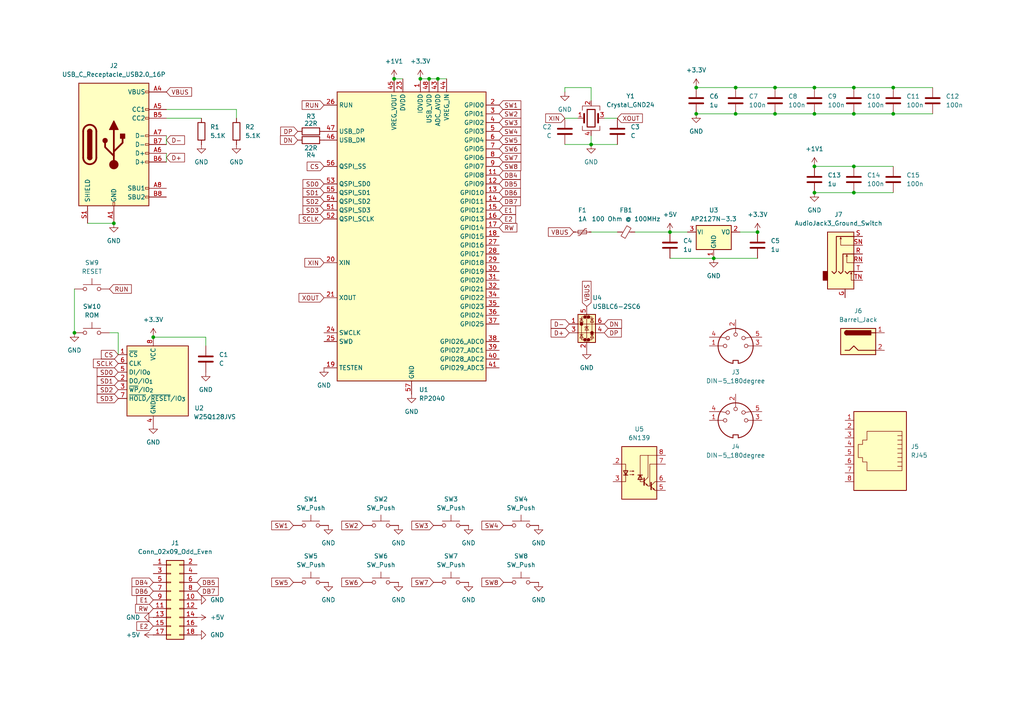
<source format=kicad_sch>
(kicad_sch (version 20250114) (generator "eeschema") (generator_version "9.0")
  (paper "A4")
  (lib_symbols
    (symbol "Connector:Barrel_Jack" (pin_names (offset 1.016))
      (property "Reference" "J" (at 0 5.334 0))
      (property "Value" "Barrel_Jack" (at 0 -5.08 0))
      (symbol "Barrel_Jack_1_1"
        (pin passive line (at 7.62 2.54 180) (length 2.54) (name "~") (number "1"))
        (pin passive line (at 7.62 -2.54 180) (length 2.54) (name "~") (number "2"))
      )
    )
    (symbol "Connector:DIN-5_180degree" (pin_names (offset 1.016))
      (property "Reference" "J" (at 3.175 5.715 0))
      (property "Value" "DIN-5_180degree" (at 0 -6.35 0))
      (symbol "DIN-5_180degree_1_1"
        (pin passive line (at -7.62 2.54 0) (length 2.54) (name "~") (number "4"))
        (pin passive line (at -7.62 0 0) (length 2.54) (name "~") (number "1"))
        (pin passive line (at 0 7.62 270) (length 2.54) (name "~") (number "2"))
        (pin passive line (at 7.62 2.54 180) (length 2.54) (name "~") (number "5"))
        (pin passive line (at 7.62 0 180) (length 2.54) (name "~") (number "3"))
      )
    )
    (symbol "Connector:RJ45" (pin_names (offset 1.016))
      (property "Reference" "J" (at -5.08 13.97 0))
      (property "Value" "RJ45" (at 2.54 13.97 0))
      (symbol "RJ45_1_1"
        (pin passive line (at 10.16 10.16 180) (length 2.54) (name "~") (number "8"))
        (pin passive line (at 10.16 7.62 180) (length 2.54) (name "~") (number "7"))
        (pin passive line (at 10.16 5.08 180) (length 2.54) (name "~") (number "6"))
        (pin passive line (at 10.16 2.54 180) (length 2.54) (name "~") (number "5"))
        (pin passive line (at 10.16 0 180) (length 2.54) (name "~") (number "4"))
        (pin passive line (at 10.16 -2.54 180) (length 2.54) (name "~") (number "3"))
        (pin passive line (at 10.16 -5.08 180) (length 2.54) (name "~") (number "2"))
        (pin passive line (at 10.16 -7.62 180) (length 2.54) (name "~") (number "1"))
      )
    )
    (symbol "Connector:USB_C_Receptacle_USB2.0_16P" (pin_names (offset 1.016))
      (property "Reference" "J" (at 0 22.225 0))
      (property "Value" "USB_C_Receptacle_USB2.0_16P" (at 0 19.685 0))
      (symbol "USB_C_Receptacle_USB2.0_16P_1_1"
        (pin passive line (at -7.62 -22.86 90) (length 5.08) (name "SHIELD") (number "S1"))
        (pin passive line (at 0 -22.86 90) (length 5.08) (name "GND") (number "A1"))
        (pin passive line (at 0 -22.86 90) (length 5.08) (hide yes) (name "GND") (number "A12"))
        (pin passive line (at 0 -22.86 90) (length 5.08) (hide yes) (name "GND") (number "B1"))
        (pin passive line (at 0 -22.86 90) (length 5.08) (hide yes) (name "GND") (number "B12"))
        (pin passive line (at 15.24 15.24 180) (length 5.08) (name "VBUS") (number "A4"))
        (pin passive line (at 15.24 15.24 180) (length 5.08) (hide yes) (name "VBUS") (number "A9"))
        (pin passive line (at 15.24 15.24 180) (length 5.08) (hide yes) (name "VBUS") (number "B4"))
        (pin passive line (at 15.24 15.24 180) (length 5.08) (hide yes) (name "VBUS") (number "B9"))
        (pin bidirectional line (at 15.24 10.16 180) (length 5.08) (name "CC1") (number "A5"))
        (pin bidirectional line (at 15.24 7.62 180) (length 5.08) (name "CC2") (number "B5"))
        (pin bidirectional line (at 15.24 2.54 180) (length 5.08) (name "D-") (number "A7"))
        (pin bidirectional line (at 15.24 0 180) (length 5.08) (name "D-") (number "B7"))
        (pin bidirectional line (at 15.24 -2.54 180) (length 5.08) (name "D+") (number "A6"))
        (pin bidirectional line (at 15.24 -5.08 180) (length 5.08) (name "D+") (number "B6"))
        (pin bidirectional line (at 15.24 -12.7 180) (length 5.08) (name "SBU1") (number "A8"))
        (pin bidirectional line (at 15.24 -15.24 180) (length 5.08) (name "SBU2") (number "B8"))
      )
    )
    (symbol "Connector_Audio:AudioJack3_Ground_Switch"
      (property "Reference" "J" (at 0 11.43 0))
      (property "Value" "AudioJack3_Ground_Switch" (at 0 8.89 0))
      (symbol "AudioJack3_Ground_Switch_1_1"
        (pin passive line (at 0 -12.7 90) (length 2.54) (name "~") (number "G"))
        (pin passive line (at 5.08 5.08 180) (length 2.54) (name "~") (number "S"))
        (pin passive line (at 5.08 2.54 180) (length 2.54) (name "~") (number "SN"))
        (pin passive line (at 5.08 0 180) (length 2.54) (name "~") (number "R"))
        (pin passive line (at 5.08 -2.54 180) (length 2.54) (name "~") (number "RN"))
        (pin passive line (at 5.08 -5.08 180) (length 2.54) (name "~") (number "T"))
        (pin passive line (at 5.08 -7.62 180) (length 2.54) (name "~") (number "TN"))
      )
    )
    (symbol "Connector_Generic:Conn_02x09_Odd_Even" (pin_names (offset 1.016) (hide yes))
      (property "Reference" "J" (at 1.27 12.7 0))
      (property "Value" "Conn_02x09_Odd_Even" (at 1.27 -12.7 0))
      (symbol "Conn_02x09_Odd_Even_1_1"
        (pin passive line (at -5.08 10.16 0) (length 3.81) (name "Pin_1") (number "1"))
        (pin passive line (at -5.08 7.62 0) (length 3.81) (name "Pin_3") (number "3"))
        (pin passive line (at -5.08 5.08 0) (length 3.81) (name "Pin_5") (number "5"))
        (pin passive line (at -5.08 2.54 0) (length 3.81) (name "Pin_7") (number "7"))
        (pin passive line (at -5.08 0 0) (length 3.81) (name "Pin_9") (number "9"))
        (pin passive line (at -5.08 -2.54 0) (length 3.81) (name "Pin_11") (number "11"))
        (pin passive line (at -5.08 -5.08 0) (length 3.81) (name "Pin_13") (number "13"))
        (pin passive line (at -5.08 -7.62 0) (length 3.81) (name "Pin_15") (number "15"))
        (pin passive line (at -5.08 -10.16 0) (length 3.81) (name "Pin_17") (number "17"))
        (pin passive line (at 7.62 10.16 180) (length 3.81) (name "Pin_2") (number "2"))
        (pin passive line (at 7.62 7.62 180) (length 3.81) (name "Pin_4") (number "4"))
        (pin passive line (at 7.62 5.08 180) (length 3.81) (name "Pin_6") (number "6"))
        (pin passive line (at 7.62 2.54 180) (length 3.81) (name "Pin_8") (number "8"))
        (pin passive line (at 7.62 0 180) (length 3.81) (name "Pin_10") (number "10"))
        (pin passive line (at 7.62 -2.54 180) (length 3.81) (name "Pin_12") (number "12"))
        (pin passive line (at 7.62 -5.08 180) (length 3.81) (name "Pin_14") (number "14"))
        (pin passive line (at 7.62 -7.62 180) (length 3.81) (name "Pin_16") (number "16"))
        (pin passive line (at 7.62 -10.16 180) (length 3.81) (name "Pin_18") (number "18"))
      )
    )
    (symbol "Device:C" (pin_numbers (hide yes)) (pin_names (offset 0.254))
      (property "Reference" "C" (at 0.635 2.54 0))
      (property "Value" "C" (at 0.635 -2.54 0))
      (symbol "C_1_1"
        (pin passive line (at 0 3.81 270) (length 2.794) (name "~") (number "1"))
        (pin passive line (at 0 -3.81 90) (length 2.794) (name "~") (number "2"))
      )
    )
    (symbol "Device:Crystal_GND24" (pin_names (offset 1.016) (hide yes))
      (property "Reference" "Y" (at 3.175 5.08 0))
      (property "Value" "Crystal_GND24" (at 3.175 3.175 0))
      (symbol "Crystal_GND24_1_1"
        (pin passive line (at -3.81 0 0) (length 1.27) (name "1") (number "1"))
        (pin passive line (at 0 5.08 270) (length 1.27) (name "2") (number "2"))
        (pin passive line (at 0 -5.08 90) (length 1.27) (name "4") (number "4"))
        (pin passive line (at 3.81 0 180) (length 1.27) (name "3") (number "3"))
      )
    )
    (symbol "Device:FerriteBead_Small" (pin_numbers (hide yes)) (pin_names (offset 0))
      (property "Reference" "FB" (at 1.905 1.27 0))
      (property "Value" "FerriteBead_Small" (at 1.905 -1.27 0))
      (symbol "FerriteBead_Small_1_1"
        (pin passive line (at 0 2.54 270) (length 1.27) (name "~") (number "1"))
        (pin passive line (at 0 -2.54 90) (length 1.27) (name "~") (number "2"))
      )
    )
    (symbol "Device:Polyfuse_Small" (pin_numbers (hide yes)) (pin_names (offset 0))
      (property "Reference" "F" (at -1.905 0 90))
      (property "Value" "Polyfuse_Small" (at 1.905 0 90))
      (symbol "Polyfuse_Small_1_1"
        (pin passive line (at 0 2.54 270) (length 0.635) (name "~") (number "1"))
        (pin passive line (at 0 -2.54 90) (length 0.635) (name "~") (number "2"))
      )
    )
    (symbol "Device:R" (pin_numbers (hide yes)) (pin_names (offset 0))
      (property "Reference" "R" (at 2.032 0 90))
      (property "Value" "R" (at 0 0 90))
      (symbol "R_1_1"
        (pin passive line (at 0 3.81 270) (length 1.27) (name "~") (number "1"))
        (pin passive line (at 0 -3.81 90) (length 1.27) (name "~") (number "2"))
      )
    )
    (symbol "Isolator:6N139" (pin_names (offset 1.016) (hide yes))
      (property "Reference" "U" (at -4.064 8.89 0))
      (property "Value" "6N139" (at 2.286 8.89 0))
      (symbol "6N139_1_1"
        (pin passive line (at -7.62 2.54 0) (length 2.54) (name "C1") (number "2"))
        (pin passive line (at -7.62 -2.54 0) (length 2.54) (name "C2") (number "3"))
        (pin no_connect line (at -5.08 5.08 0) (length 2.54) (hide yes) (name "NC") (number "1"))
        (pin no_connect line (at -5.08 -5.08 0) (length 2.54) (hide yes) (name "NC") (number "4"))
        (pin passive line (at 7.62 5.08 180) (length 2.54) (name "VCC") (number "8"))
        (pin passive line (at 7.62 2.54 180) (length 2.54) (name "VO1") (number "7"))
        (pin passive line (at 7.62 -2.54 180) (length 2.54) (name "VO2") (number "6"))
        (pin passive line (at 7.62 -5.08 180) (length 2.54) (name "GND") (number "5"))
      )
    )
    (symbol "MCU_RaspberryPi:RP2040"
      (property "Reference" "U" (at 17.78 45.72 0))
      (property "Value" "RP2040" (at 17.78 43.18 0))
      (symbol "RP2040_1_1"
        (pin input line (at -25.4 38.1 0) (length 3.81) (name "RUN") (number "26"))
        (pin bidirectional line (at -25.4 30.48 0) (length 3.81) (name "USB_DP") (number "47"))
        (pin bidirectional line (at -25.4 27.94 0) (length 3.81) (name "USB_DM") (number "46"))
        (pin bidirectional line (at -25.4 20.32 0) (length 3.81) (name "QSPI_SS") (number "56"))
        (pin bidirectional line (at -25.4 15.24 0) (length 3.81) (name "QSPI_SD0") (number "53"))
        (pin bidirectional line (at -25.4 12.7 0) (length 3.81) (name "QSPI_SD1") (number "55"))
        (pin bidirectional line (at -25.4 10.16 0) (length 3.81) (name "QSPI_SD2") (number "54"))
        (pin bidirectional line (at -25.4 7.62 0) (length 3.81) (name "QSPI_SD3") (number "51"))
        (pin output line (at -25.4 5.08 0) (length 3.81) (name "QSPI_SCLK") (number "52"))
        (pin input line (at -25.4 -7.62 0) (length 3.81) (name "XIN") (number "20"))
        (pin passive line (at -25.4 -17.78 0) (length 3.81) (name "XOUT") (number "21"))
        (pin input line (at -25.4 -27.94 0) (length 3.81) (name "SWCLK") (number "24"))
        (pin bidirectional line (at -25.4 -30.48 0) (length 3.81) (name "SWD") (number "25"))
        (pin input line (at -25.4 -38.1 0) (length 3.81) (name "TESTEN") (number "19"))
        (pin power_out line (at -5.08 45.72 270) (length 3.81) (name "VREG_VOUT") (number "45"))
        (pin power_in line (at -2.54 45.72 270) (length 3.81) (name "DVDD") (number "23"))
        (pin passive line (at -2.54 45.72 270) (length 3.81) (hide yes) (name "DVDD") (number "50"))
        (pin power_in line (at 0 -45.72 90) (length 3.81) (name "GND") (number "57"))
        (pin power_in line (at 2.54 45.72 270) (length 3.81) (name "IOVDD") (number "1"))
        (pin passive line (at 2.54 45.72 270) (length 3.81) (hide yes) (name "IOVDD") (number "10"))
        (pin passive line (at 2.54 45.72 270) (length 3.81) (hide yes) (name "IOVDD") (number "22"))
        (pin passive line (at 2.54 45.72 270) (length 3.81) (hide yes) (name "IOVDD") (number "33"))
        (pin passive line (at 2.54 45.72 270) (length 3.81) (hide yes) (name "IOVDD") (number "42"))
        (pin passive line (at 2.54 45.72 270) (length 3.81) (hide yes) (name "IOVDD") (number "49"))
        (pin power_in line (at 5.08 45.72 270) (length 3.81) (name "USB_VDD") (number "48"))
        (pin power_in line (at 7.62 45.72 270) (length 3.81) (name "ADC_AVDD") (number "43"))
        (pin power_in line (at 10.16 45.72 270) (length 3.81) (name "VREG_IN") (number "44"))
        (pin bidirectional line (at 25.4 38.1 180) (length 3.81) (name "GPIO0") (number "2"))
        (pin bidirectional line (at 25.4 35.56 180) (length 3.81) (name "GPIO1") (number "3"))
        (pin bidirectional line (at 25.4 33.02 180) (length 3.81) (name "GPIO2") (number "4"))
        (pin bidirectional line (at 25.4 30.48 180) (length 3.81) (name "GPIO3") (number "5"))
        (pin bidirectional line (at 25.4 27.94 180) (length 3.81) (name "GPIO4") (number "6"))
        (pin bidirectional line (at 25.4 25.4 180) (length 3.81) (name "GPIO5") (number "7"))
        (pin bidirectional line (at 25.4 22.86 180) (length 3.81) (name "GPIO6") (number "8"))
        (pin bidirectional line (at 25.4 20.32 180) (length 3.81) (name "GPIO7") (number "9"))
        (pin bidirectional line (at 25.4 17.78 180) (length 3.81) (name "GPIO8") (number "11"))
        (pin bidirectional line (at 25.4 15.24 180) (length 3.81) (name "GPIO9") (number "12"))
        (pin bidirectional line (at 25.4 12.7 180) (length 3.81) (name "GPIO10") (number "13"))
        (pin bidirectional line (at 25.4 10.16 180) (length 3.81) (name "GPIO11") (number "14"))
        (pin bidirectional line (at 25.4 7.62 180) (length 3.81) (name "GPIO12") (number "15"))
        (pin bidirectional line (at 25.4 5.08 180) (length 3.81) (name "GPIO13") (number "16"))
        (pin bidirectional line (at 25.4 2.54 180) (length 3.81) (name "GPIO14") (number "17"))
        (pin bidirectional line (at 25.4 0 180) (length 3.81) (name "GPIO15") (number "18"))
        (pin bidirectional line (at 25.4 -2.54 180) (length 3.81) (name "GPIO16") (number "27"))
        (pin bidirectional line (at 25.4 -5.08 180) (length 3.81) (name "GPIO17") (number "28"))
        (pin bidirectional line (at 25.4 -7.62 180) (length 3.81) (name "GPIO18") (number "29"))
        (pin bidirectional line (at 25.4 -10.16 180) (length 3.81) (name "GPIO19") (number "30"))
        (pin bidirectional line (at 25.4 -12.7 180) (length 3.81) (name "GPIO20") (number "31"))
        (pin bidirectional line (at 25.4 -15.24 180) (length 3.81) (name "GPIO21") (number "32"))
        (pin bidirectional line (at 25.4 -17.78 180) (length 3.81) (name "GPIO22") (number "34"))
        (pin bidirectional line (at 25.4 -20.32 180) (length 3.81) (name "GPIO23") (number "35"))
        (pin bidirectional line (at 25.4 -22.86 180) (length 3.81) (name "GPIO24") (number "36"))
        (pin bidirectional line (at 25.4 -25.4 180) (length 3.81) (name "GPIO25") (number "37"))
        (pin bidirectional line (at 25.4 -30.48 180) (length 3.81) (name "GPIO26_ADC0") (number "38"))
        (pin bidirectional line (at 25.4 -33.02 180) (length 3.81) (name "GPIO27_ADC1") (number "39"))
        (pin bidirectional line (at 25.4 -35.56 180) (length 3.81) (name "GPIO28_ADC2") (number "40"))
        (pin bidirectional line (at 25.4 -38.1 180) (length 3.81) (name "GPIO29_ADC3") (number "41"))
      )
    )
    (symbol "Memory_Flash:W25Q128JVS"
      (property "Reference" "U" (at -6.35 11.43 0))
      (property "Value" "W25Q128JVS" (at 7.62 11.43 0))
      (symbol "W25Q128JVS_1_1"
        (pin input line (at -10.16 7.62 0) (length 2.54) (name "~{CS}") (number "1"))
        (pin input line (at -10.16 5.08 0) (length 2.54) (name "CLK") (number "6"))
        (pin bidirectional line (at -10.16 2.54 0) (length 2.54) (name "DI/IO_{0}") (number "5"))
        (pin bidirectional line (at -10.16 0 0) (length 2.54) (name "DO/IO_{1}") (number "2"))
        (pin bidirectional line (at -10.16 -2.54 0) (length 2.54) (name "~{WP}/IO_{2}") (number "3"))
        (pin bidirectional line (at -10.16 -5.08 0) (length 2.54) (name "~{HOLD}/~{RESET}/IO_{3}") (number "7"))
        (pin power_in line (at 0 12.7 270) (length 2.54) (name "VCC") (number "8"))
        (pin power_in line (at 0 -12.7 90) (length 2.54) (name "GND") (number "4"))
      )
    )
    (symbol "Power_Protection:USBLC6-2SC6" (pin_names (hide yes))
      (property "Reference" "U" (at 0.635 5.715 0))
      (property "Value" "USBLC6-2SC6" (at 0.635 3.81 0))
      (symbol "USBLC6-2SC6_1_1"
        (pin passive line (at -5.08 0 0) (length 2.54) (name "I/O1") (number "1"))
        (pin passive line (at -5.08 -2.54 0) (length 2.54) (name "I/O2") (number "3"))
        (pin passive line (at 0 5.08 270) (length 2.54) (name "VBUS") (number "5"))
        (pin passive line (at 0 -7.62 90) (length 2.54) (name "GND") (number "2"))
        (pin passive line (at 5.08 0 180) (length 2.54) (name "I/O1") (number "6"))
        (pin passive line (at 5.08 -2.54 180) (length 2.54) (name "I/O2") (number "4"))
      )
    )
    (symbol "Regulator_Linear:AP2127N-3.3" (pin_names (offset 0.254))
      (property "Reference" "U" (at -3.81 3.175 0))
      (property "Value" "AP2127N-3.3" (at 0 3.175 0))
      (symbol "AP2127N-3.3_1_1"
        (pin power_in line (at -7.62 0 0) (length 2.54) (name "VI") (number "3"))
        (pin power_in line (at 0 -7.62 90) (length 2.54) (name "GND") (number "1"))
        (pin power_out line (at 7.62 0 180) (length 2.54) (name "VO") (number "2"))
      )
    )
    (symbol "Switch:SW_Push" (pin_numbers (hide yes)) (pin_names (offset 1.016) (hide yes))
      (property "Reference" "SW" (at 1.27 2.54 0))
      (property "Value" "SW_Push" (at 0 -1.524 0))
      (symbol "SW_Push_0_1"
        (pin passive line (at -5.08 0 0) (length 2.54) (name "1") (number "1"))
        (pin passive line (at 5.08 0 180) (length 2.54) (name "2") (number "2"))
      )
    )
    (symbol "power:+1V1" (power) (pin_numbers (hide yes)) (pin_names (offset 0) (hide yes))
      (property "Value" "+1V1" (at 0 3.556 0))
      (symbol "+1V1_1_1"
        (pin power_in line (at 0 0 90) (length 0) (name "~") (number "1"))
      )
    )
    (symbol "power:+3.3V" (power) (pin_numbers (hide yes)) (pin_names (offset 0) (hide yes))
      (property "Value" "+3.3V" (at 0 3.556 0))
      (symbol "+3.3V_1_1"
        (pin power_in line (at 0 0 90) (length 0) (name "~") (number "1"))
      )
    )
    (symbol "power:+5V" (power) (pin_numbers (hide yes)) (pin_names (offset 0) (hide yes))
      (property "Value" "+5V" (at 0 3.556 0))
      (symbol "+5V_1_1"
        (pin power_in line (at 0 0 90) (length 0) (name "~") (number "1"))
      )
    )
    (symbol "power:GND" (power) (pin_numbers (hide yes)) (pin_names (offset 0) (hide yes))
      (property "Value" "GND" (at 0 -3.81 0))
      (symbol "GND_1_1"
        (pin power_in line (at 0 0 270) (length 0) (name "~") (number "1"))
      )
    )
  )
  (junction (at 194.31 67.31))
  (junction (at 259.08 33.02))
  (junction (at 213.36 25.4))
  (junction (at 213.36 33.02))
  (junction (at 259.08 25.4))
  (junction (at 21.59 96.52))
  (junction (at 247.65 33.02))
  (junction (at 247.65 55.88))
  (junction (at 44.45 97.79))
  (junction (at 201.93 33.02))
  (junction (at 236.22 33.02))
  (junction (at 201.93 25.4))
  (junction (at 247.65 48.26))
  (junction (at 236.22 55.88))
  (junction (at 207.01 74.93))
  (junction (at 33.02 64.77))
  (junction (at 224.79 25.4))
  (junction (at 247.65 25.4))
  (junction (at 124.46 22.86))
  (junction (at 114.3 22.86))
  (junction (at 224.79 33.02))
  (junction (at 219.71 67.31))
  (junction (at 236.22 25.4))
  (junction (at 121.92 22.86))
  (junction (at 171.45 41.91))
  (junction (at 236.22 48.26))
  (junction (at 127 22.86))
  (wire (pts (xy 124.46 22.86) (xy 127 22.86)))
  (wire (pts (xy 247.65 25.4) (xy 259.08 25.4)))
  (wire (pts (xy 48.26 31.75) (xy 68.58 31.75)))
  (wire (pts (xy 163.83 26.67) (xy 163.83 25.4)))
  (wire (pts (xy 59.69 100.33) (xy 59.69 97.79)))
  (wire (pts (xy 247.65 33.02) (xy 259.08 33.02)))
  (wire (pts (xy 247.65 48.26) (xy 259.08 48.26)))
  (wire (pts (xy 201.93 25.4) (xy 213.36 25.4)))
  (wire (pts (xy 34.29 96.52) (xy 34.29 102.87)))
  (wire (pts (xy 59.69 97.79) (xy 44.45 97.79)))
  (wire (pts (xy 194.31 67.31) (xy 199.39 67.31)))
  (wire (pts (xy 236.22 33.02) (xy 247.65 33.02)))
  (wire (pts (xy 194.31 74.93) (xy 207.01 74.93)))
  (wire (pts (xy 121.92 22.86) (xy 124.46 22.86)))
  (wire (pts (xy 21.59 83.82) (xy 21.59 96.52)))
  (wire (pts (xy 48.26 44.45) (xy 48.26 46.99)))
  (wire (pts (xy 236.22 25.4) (xy 247.65 25.4)))
  (wire (pts (xy 25.4 64.77) (xy 33.02 64.77)))
  (wire (pts (xy 259.08 33.02) (xy 270.51 33.02)))
  (wire (pts (xy 171.45 25.4) (xy 171.45 29.21)))
  (wire (pts (xy 259.08 25.4) (xy 270.51 25.4)))
  (wire (pts (xy 224.79 25.4) (xy 236.22 25.4)))
  (wire (pts (xy 236.22 55.88) (xy 247.65 55.88)))
  (wire (pts (xy 163.83 41.91) (xy 171.45 41.91)))
  (wire (pts (xy 184.15 67.31) (xy 194.31 67.31)))
  (wire (pts (xy 163.83 34.29) (xy 167.64 34.29)))
  (wire (pts (xy 201.93 33.02) (xy 213.36 33.02)))
  (wire (pts (xy 207.01 74.93) (xy 219.71 74.93)))
  (wire (pts (xy 127 22.86) (xy 129.54 22.86)))
  (wire (pts (xy 213.36 33.02) (xy 224.79 33.02)))
  (wire (pts (xy 179.07 41.91) (xy 171.45 41.91)))
  (wire (pts (xy 247.65 55.88) (xy 259.08 55.88)))
  (wire (pts (xy 236.22 48.26) (xy 247.65 48.26)))
  (wire (pts (xy 48.26 39.37) (xy 48.26 41.91)))
  (wire (pts (xy 114.3 22.86) (xy 116.84 22.86)))
  (wire (pts (xy 163.83 25.4) (xy 171.45 25.4)))
  (wire (pts (xy 48.26 34.29) (xy 58.42 34.29)))
  (wire (pts (xy 31.75 96.52) (xy 34.29 96.52)))
  (wire (pts (xy 68.58 31.75) (xy 68.58 34.29)))
  (wire (pts (xy 224.79 33.02) (xy 236.22 33.02)))
  (wire (pts (xy 213.36 25.4) (xy 224.79 25.4)))
  (wire (pts (xy 175.26 34.29) (xy 179.07 34.29)))
  (wire (pts (xy 171.45 67.31) (xy 179.07 67.31)))
  (wire (pts (xy 214.63 67.31) (xy 219.71 67.31)))
  (wire (pts (xy 171.45 41.91) (xy 171.45 39.37)))
  (global_label "SD1" (shape input) (at 34.29 110.49 180) (property "Intersheetrefs" "${INTERSHEET_REFS}" (effects (hide yes))))
  (global_label "SW4" (shape input) (at 144.78 38.1 0) (property "Intersheetrefs" "${INTERSHEET_REFS}" (effects (hide yes))))
  (global_label "SD0" (shape input) (at 93.98 53.34 180) (property "Intersheetrefs" "${INTERSHEET_REFS}" (effects (hide yes))))
  (global_label "SW3" (shape input) (at 125.73 152.4 180) (property "Intersheetrefs" "${INTERSHEET_REFS}" (effects (hide yes))))
  (global_label "RUN" (shape input) (at 31.75 83.82 0) (property "Intersheetrefs" "${INTERSHEET_REFS}" (effects (hide yes))))
  (global_label "DN" (shape input) (at 86.36 40.64 180) (property "Intersheetrefs" "${INTERSHEET_REFS}" (effects (hide yes))))
  (global_label "XOUT" (shape input) (at 179.07 34.29 0) (property "Intersheetrefs" "${INTERSHEET_REFS}" (effects (hide yes))))
  (global_label "DB7" (shape input) (at 57.15 171.45 0) (property "Intersheetrefs" "${INTERSHEET_REFS}" (effects (hide yes))))
  (global_label "SW7" (shape input) (at 144.78 45.72 0) (property "Intersheetrefs" "${INTERSHEET_REFS}" (effects (hide yes))))
  (global_label "SD0" (shape input) (at 34.29 107.95 180) (property "Intersheetrefs" "${INTERSHEET_REFS}" (effects (hide yes))))
  (global_label "RUN" (shape input) (at 93.98 30.48 180) (property "Intersheetrefs" "${INTERSHEET_REFS}" (effects (hide yes))))
  (global_label "E1" (shape input) (at 144.78 60.96 0) (property "Intersheetrefs" "${INTERSHEET_REFS}" (effects (hide yes))))
  (global_label "RW" (shape input) (at 44.45 176.53 180) (property "Intersheetrefs" "${INTERSHEET_REFS}" (effects (hide yes))))
  (global_label "XIN" (shape input) (at 93.98 76.2 180) (property "Intersheetrefs" "${INTERSHEET_REFS}" (effects (hide yes))))
  (global_label "D+" (shape input) (at 48.26 45.72 0) (property "Intersheetrefs" "${INTERSHEET_REFS}" (effects (hide yes))))
  (global_label "SW3" (shape input) (at 144.78 35.56 0) (property "Intersheetrefs" "${INTERSHEET_REFS}" (effects (hide yes))))
  (global_label "SW5" (shape input) (at 144.78 40.64 0) (property "Intersheetrefs" "${INTERSHEET_REFS}" (effects (hide yes))))
  (global_label "DB4" (shape input) (at 144.78 50.8 0) (property "Intersheetrefs" "${INTERSHEET_REFS}" (effects (hide yes))))
  (global_label "DB7" (shape input) (at 144.78 58.42 0) (property "Intersheetrefs" "${INTERSHEET_REFS}" (effects (hide yes))))
  (global_label "DB5" (shape input) (at 144.78 53.34 0) (property "Intersheetrefs" "${INTERSHEET_REFS}" (effects (hide yes))))
  (global_label "DP" (shape input) (at 175.26 96.52 0) (property "Intersheetrefs" "${INTERSHEET_REFS}" (effects (hide yes))))
  (global_label "SW2" (shape input) (at 105.41 152.4 180) (property "Intersheetrefs" "${INTERSHEET_REFS}" (effects (hide yes))))
  (global_label "VBUS" (shape input) (at 170.18 88.9 90) (property "Intersheetrefs" "${INTERSHEET_REFS}" (effects (hide yes))))
  (global_label "D+" (shape input) (at 165.1 96.52 180) (property "Intersheetrefs" "${INTERSHEET_REFS}" (effects (hide yes))))
  (global_label "VBUS" (shape input) (at 48.26 26.67 0) (property "Intersheetrefs" "${INTERSHEET_REFS}" (effects (hide yes))))
  (global_label "DB4" (shape input) (at 44.45 168.91 180) (property "Intersheetrefs" "${INTERSHEET_REFS}" (effects (hide yes))))
  (global_label "SD2" (shape input) (at 34.29 113.03 180) (property "Intersheetrefs" "${INTERSHEET_REFS}" (effects (hide yes))))
  (global_label "D-" (shape input) (at 165.1 93.98 180) (property "Intersheetrefs" "${INTERSHEET_REFS}" (effects (hide yes))))
  (global_label "SW1" (shape input) (at 144.78 30.48 0) (property "Intersheetrefs" "${INTERSHEET_REFS}" (effects (hide yes))))
  (global_label "E2" (shape input) (at 144.78 63.5 0) (property "Intersheetrefs" "${INTERSHEET_REFS}" (effects (hide yes))))
  (global_label "SW8" (shape input) (at 146.05 168.91 180) (property "Intersheetrefs" "${INTERSHEET_REFS}" (effects (hide yes))))
  (global_label "DB6" (shape input) (at 144.78 55.88 0) (property "Intersheetrefs" "${INTERSHEET_REFS}" (effects (hide yes))))
  (global_label "E1" (shape input) (at 44.45 173.99 180) (property "Intersheetrefs" "${INTERSHEET_REFS}" (effects (hide yes))))
  (global_label "SW6" (shape input) (at 105.41 168.91 180) (property "Intersheetrefs" "${INTERSHEET_REFS}" (effects (hide yes))))
  (global_label "DN" (shape input) (at 175.26 93.98 0) (property "Intersheetrefs" "${INTERSHEET_REFS}" (effects (hide yes))))
  (global_label "CS" (shape input) (at 34.29 102.87 180) (property "Intersheetrefs" "${INTERSHEET_REFS}" (effects (hide yes))))
  (global_label "SD3" (shape input) (at 93.98 60.96 180) (property "Intersheetrefs" "${INTERSHEET_REFS}" (effects (hide yes))))
  (global_label "SW4" (shape input) (at 146.05 152.4 180) (property "Intersheetrefs" "${INTERSHEET_REFS}" (effects (hide yes))))
  (global_label "SD1" (shape input) (at 93.98 55.88 180) (property "Intersheetrefs" "${INTERSHEET_REFS}" (effects (hide yes))))
  (global_label "CS" (shape input) (at 93.98 48.26 180) (property "Intersheetrefs" "${INTERSHEET_REFS}" (effects (hide yes))))
  (global_label "D-" (shape input) (at 48.26 40.64 0) (property "Intersheetrefs" "${INTERSHEET_REFS}" (effects (hide yes))))
  (global_label "SW7" (shape input) (at 125.73 168.91 180) (property "Intersheetrefs" "${INTERSHEET_REFS}" (effects (hide yes))))
  (global_label "DB6" (shape input) (at 44.45 171.45 180) (property "Intersheetrefs" "${INTERSHEET_REFS}" (effects (hide yes))))
  (global_label "XIN" (shape input) (at 163.83 34.29 180) (property "Intersheetrefs" "${INTERSHEET_REFS}" (effects (hide yes))))
  (global_label "DP" (shape input) (at 86.36 38.1 180) (property "Intersheetrefs" "${INTERSHEET_REFS}" (effects (hide yes))))
  (global_label "SW5" (shape input) (at 85.09 168.91 180) (property "Intersheetrefs" "${INTERSHEET_REFS}" (effects (hide yes))))
  (global_label "SW8" (shape input) (at 144.78 48.26 0) (property "Intersheetrefs" "${INTERSHEET_REFS}" (effects (hide yes))))
  (global_label "DB5" (shape input) (at 57.15 168.91 0) (property "Intersheetrefs" "${INTERSHEET_REFS}" (effects (hide yes))))
  (global_label "SD2" (shape input) (at 93.98 58.42 180) (property "Intersheetrefs" "${INTERSHEET_REFS}" (effects (hide yes))))
  (global_label "RW" (shape input) (at 144.78 66.04 0) (property "Intersheetrefs" "${INTERSHEET_REFS}" (effects (hide yes))))
  (global_label "SCLK" (shape input) (at 93.98 63.5 180) (property "Intersheetrefs" "${INTERSHEET_REFS}" (effects (hide yes))))
  (global_label "SW2" (shape input) (at 144.78 33.02 0) (property "Intersheetrefs" "${INTERSHEET_REFS}" (effects (hide yes))))
  (global_label "SW6" (shape input) (at 144.78 43.18 0) (property "Intersheetrefs" "${INTERSHEET_REFS}" (effects (hide yes))))
  (global_label "SD3" (shape input) (at 34.29 115.57 180) (property "Intersheetrefs" "${INTERSHEET_REFS}" (effects (hide yes))))
  (global_label "XOUT" (shape input) (at 93.98 86.36 180) (property "Intersheetrefs" "${INTERSHEET_REFS}" (effects (hide yes))))
  (global_label "E2" (shape input) (at 44.45 181.61 180) (property "Intersheetrefs" "${INTERSHEET_REFS}" (effects (hide yes))))
  (global_label "VBUS" (shape input) (at 166.37 67.31 180) (property "Intersheetrefs" "${INTERSHEET_REFS}" (effects (hide yes))))
  (global_label "SW1" (shape input) (at 85.09 152.4 180) (property "Intersheetrefs" "${INTERSHEET_REFS}" (effects (hide yes))))
  (global_label "SCLK" (shape input) (at 34.29 105.41 180) (property "Intersheetrefs" "${INTERSHEET_REFS}" (effects (hide yes))))
  (symbol (lib_id "Device:C") (at 219.71 71.12 0) (mirror y) (unit 1)
    (property "Reference" "C5" (at 223.52 69.8499 0) (effects (justify right)))
    (property "Value" "1u" (at 223.52 72.3899 0) (effects (justify right)))
    (property "Description" "Unpolarized capacitor" (effects (hide yes)))
  )
  (symbol (lib_id "power:GND") (at 68.58 41.91 0) (unit 1)
    (property "Reference" "#PWR03" (effects (hide yes)))
    (property "Value" "GND" (at 68.58 46.99 0))
    (property "Description" "Power symbol creates a global label with name \"GND\" , ground" (effects (hide yes)))
  )
  (symbol (lib_id "power:GND") (at 44.45 123.19 0) (unit 1)
    (property "Reference" "#PWR010" (effects (hide yes)))
    (property "Value" "GND" (at 44.45 128.27 0))
    (property "Description" "Power symbol creates a global label with name \"GND\" , ground" (effects (hide yes)))
  )
  (symbol (lib_id "Regulator_Linear:AP2127N-3.3") (at 207.01 67.31 0) (unit 1)
    (property "Reference" "U3" (at 207.01 60.96 0))
    (property "Value" "AP2127N-3.3" (at 207.01 63.5 0))
    (property "Footprint" "Package_TO_SOT_SMD:SOT-23" (effects (hide yes)))
    (property "Datasheet" "https://www.diodes.com/assets/Datasheets/AP2127.pdf" (effects (hide yes)))
    (property "Description" "300mA low dropout linear regulator, shutdown pin, 2.5V-6V input voltage, 3.3V fixed positive output, SOT-23 package" (effects (hide yes)))
  )
  (symbol (lib_id "power:+3.3V") (at 201.93 25.4 0) (unit 1)
    (property "Reference" "#PWR017" (effects (hide yes)))
    (property "Value" "+3.3V" (at 201.93 20.32 0))
    (property "Description" "Power symbol creates a global label with name \"+3.3V\"" (effects (hide yes)))
  )
  (symbol (lib_id "Device:R") (at 90.17 38.1 90) (unit 1)
    (property "Reference" "R3" (at 90.17 33.782 90))
    (property "Value" "22R" (at 90.17 35.814 90))
    (property "Description" "Resistor" (effects (hide yes)))
  )
  (symbol (lib_id "power:GND") (at 163.83 26.67 0) (unit 1)
    (property "Reference" "#PWR013" (effects (hide yes)))
    (property "Value" "GND" (at 163.83 31.75 0))
    (property "Description" "Power symbol creates a global label with name \"GND\" , ground" (effects (hide yes)))
  )
  (symbol (lib_id "Connector:DIN-5_180degree") (at 213.36 100.33 0) (unit 1)
    (property "Reference" "J3" (at 213.36 107.95 0))
    (property "Value" "DIN-5_180degree" (at 213.36 110.49 0))
    (property "Datasheet" "http://www.mouser.com/ds/2/18/40_c091_abd_e-75918.pdf" (effects (hide yes)))
    (property "Description" "5-pin DIN connector (5-pin DIN-5 stereo)" (effects (hide yes)))
  )
  (symbol (lib_id "power:+3.3V") (at 44.45 97.79 0) (unit 1)
    (property "Reference" "#PWR09" (effects (hide yes)))
    (property "Value" "+3.3V" (at 44.45 92.71 0))
    (property "Description" "Power symbol creates a global label with name \"+3.3V\"" (effects (hide yes)))
  )
  (symbol (lib_id "power:+5V") (at 44.45 184.15 90) (unit 1)
    (property "Reference" "#PWR030" (effects (hide yes)))
    (property "Value" "+5V" (at 40.64 184.1499 90) (effects (justify left)))
    (property "Description" "Power symbol creates a global label with name \"+5V\"" (effects (hide yes)))
  )
  (symbol (lib_id "power:GND") (at 57.15 173.99 90) (unit 1)
    (property "Reference" "#PWR032" (effects (hide yes)))
    (property "Value" "GND" (at 60.96 173.9899 90) (effects (justify right)))
    (property "Description" "Power symbol creates a global label with name \"GND\" , ground" (effects (hide yes)))
  )
  (symbol (lib_id "Switch:SW_Push") (at 90.17 152.4 0) (unit 1)
    (property "Reference" "SW1" (at 90.17 144.78 0))
    (property "Value" "SW_Push" (at 90.17 147.32 0))
    (property "Description" "Push button switch, generic, two pins" (effects (hide yes)))
  )
  (symbol (lib_id "power:GND") (at 207.01 74.93 0) (unit 1)
    (property "Reference" "#PWR014" (effects (hide yes)))
    (property "Value" "GND" (at 207.01 80.01 0))
    (property "Description" "Power symbol creates a global label with name \"GND\" , ground" (effects (hide yes)))
  )
  (symbol (lib_id "Connector_Audio:AudioJack3_Ground_Switch") (at 245.11 73.66 0) (unit 1)
    (property "Reference" "J7" (at 243.205 62.23 0))
    (property "Value" "AudioJack3_Ground_Switch" (at 243.205 64.77 0))
    (property "Description" "Audio Jack, 3 Poles (Stereo / TRS), Grounded Sleeve, Switched Poles (Normalling)" (effects (hide yes)))
  )
  (symbol (lib_id "power:+5V") (at 194.31 67.31 0) (unit 1)
    (property "Reference" "#PWR029" (effects (hide yes)))
    (property "Value" "+5V" (at 194.31 62.23 0))
    (property "Description" "Power symbol creates a global label with name \"+5V\"" (effects (hide yes)))
  )
  (symbol (lib_id "power:GND") (at 115.57 168.91 0) (unit 1)
    (property "Reference" "#PWR026" (effects (hide yes)))
    (property "Value" "GND" (at 115.57 173.99 0))
    (property "Description" "Power symbol creates a global label with name \"GND\" , ground" (effects (hide yes)))
  )
  (symbol (lib_id "Device:C") (at 236.22 52.07 0) (mirror y) (unit 1)
    (property "Reference" "C13" (at 240.03 50.7999 0) (effects (justify right)))
    (property "Value" "1u" (at 240.03 53.3399 0) (effects (justify right)))
    (property "Description" "Unpolarized capacitor" (effects (hide yes)))
  )
  (symbol (lib_id "power:GND") (at 58.42 41.91 0) (unit 1)
    (property "Reference" "#PWR02" (effects (hide yes)))
    (property "Value" "GND" (at 58.42 46.99 0))
    (property "Description" "Power symbol creates a global label with name \"GND\" , ground" (effects (hide yes)))
  )
  (symbol (lib_id "power:GND") (at 95.25 168.91 0) (unit 1)
    (property "Reference" "#PWR022" (effects (hide yes)))
    (property "Value" "GND" (at 95.25 173.99 0))
    (property "Description" "Power symbol creates a global label with name \"GND\" , ground" (effects (hide yes)))
  )
  (symbol (lib_id "Switch:SW_Push") (at 110.49 152.4 0) (unit 1)
    (property "Reference" "SW2" (at 110.49 144.78 0))
    (property "Value" "SW_Push" (at 110.49 147.32 0))
    (property "Description" "Push button switch, generic, two pins" (effects (hide yes)))
  )
  (symbol (lib_id "Device:C") (at 270.51 29.21 0) (mirror y) (unit 1)
    (property "Reference" "C12" (at 274.32 27.9399 0) (effects (justify right)))
    (property "Value" "100n" (at 274.32 30.4799 0) (effects (justify right)))
    (property "Description" "Unpolarized capacitor" (effects (hide yes)))
  )
  (symbol (lib_id "Device:C") (at 201.93 29.21 0) (mirror y) (unit 1)
    (property "Reference" "C6" (at 205.74 27.9399 0) (effects (justify right)))
    (property "Value" "1u" (at 205.74 30.4799 0) (effects (justify right)))
    (property "Description" "Unpolarized capacitor" (effects (hide yes)))
  )
  (symbol (lib_id "Device:R") (at 58.42 38.1 0) (unit 1)
    (property "Reference" "R1" (at 60.96 36.8299 0) (effects (justify left)))
    (property "Value" "5.1K" (at 60.96 39.3699 0) (effects (justify left)))
    (property "Description" "Resistor" (effects (hide yes)))
  )
  (symbol (lib_id "power:GND") (at 135.89 152.4 0) (unit 1)
    (property "Reference" "#PWR024" (effects (hide yes)))
    (property "Value" "GND" (at 135.89 157.48 0))
    (property "Description" "Power symbol creates a global label with name \"GND\" , ground" (effects (hide yes)))
  )
  (symbol (lib_id "Switch:SW_Push") (at 26.67 83.82 0) (unit 1)
    (property "Reference" "SW9" (at 26.67 76.2 0))
    (property "Value" "RESET" (at 26.67 78.74 0))
    (property "Description" "Push button switch, generic, two pins" (effects (hide yes)))
  )
  (symbol (lib_id "power:GND") (at 171.45 41.91 0) (unit 1)
    (property "Reference" "#PWR012" (effects (hide yes)))
    (property "Value" "GND" (at 171.45 46.99 0))
    (property "Description" "Power symbol creates a global label with name \"GND\" , ground" (effects (hide yes)))
  )
  (symbol (lib_id "power:GND") (at 170.18 101.6 0) (unit 1)
    (property "Reference" "#PWR016" (effects (hide yes)))
    (property "Value" "GND" (at 170.18 106.68 0))
    (property "Description" "Power symbol creates a global label with name \"GND\" , ground" (effects (hide yes)))
  )
  (symbol (lib_id "power:GND") (at 135.89 168.91 0) (unit 1)
    (property "Reference" "#PWR027" (effects (hide yes)))
    (property "Value" "GND" (at 135.89 173.99 0))
    (property "Description" "Power symbol creates a global label with name \"GND\" , ground" (effects (hide yes)))
  )
  (symbol (lib_id "Device:C") (at 59.69 104.14 0) (unit 1)
    (property "Reference" "C1" (at 63.5 102.8699 0) (effects (justify left)))
    (property "Value" "C" (at 63.5 105.4099 0) (effects (justify left)))
    (property "Description" "Unpolarized capacitor" (effects (hide yes)))
  )
  (symbol (lib_id "Switch:SW_Push") (at 151.13 152.4 0) (unit 1)
    (property "Reference" "SW4" (at 151.13 144.78 0))
    (property "Value" "SW_Push" (at 151.13 147.32 0))
    (property "Description" "Push button switch, generic, two pins" (effects (hide yes)))
  )
  (symbol (lib_id "Isolator:6N139") (at 185.42 137.16 0) (unit 1)
    (property "Reference" "U5" (at 185.42 124.46 0))
    (property "Value" "6N139" (at 185.42 127 0))
    (property "Datasheet" "http://www.onsemi.com/pub/Collateral/HCPL2731-D.pdf" (effects (hide yes)))
    (property "Description" "Low Input Current high Gain Split Darlington Optocouplers, -0.5V to 18V VDD, DIP-8" (effects (hide yes)))
  )
  (symbol (lib_id "power:GND") (at 95.25 152.4 0) (unit 1)
    (property "Reference" "#PWR021" (effects (hide yes)))
    (property "Value" "GND" (at 95.25 157.48 0))
    (property "Description" "Power symbol creates a global label with name \"GND\" , ground" (effects (hide yes)))
  )
  (symbol (lib_id "power:GND") (at 115.57 152.4 0) (unit 1)
    (property "Reference" "#PWR023" (effects (hide yes)))
    (property "Value" "GND" (at 115.57 157.48 0))
    (property "Description" "Power symbol creates a global label with name \"GND\" , ground" (effects (hide yes)))
  )
  (symbol (lib_id "Device:R") (at 90.17 40.64 270) (unit 1)
    (property "Reference" "R4" (at 90.17 44.958 90))
    (property "Value" "22R" (at 90.17 42.926 90))
    (property "Description" "Resistor" (effects (hide yes)))
  )
  (symbol (lib_id "Device:C") (at 224.79 29.21 0) (mirror y) (unit 1)
    (property "Reference" "C8" (at 228.6 27.9399 0) (effects (justify right)))
    (property "Value" "100n" (at 228.6 30.4799 0) (effects (justify right)))
    (property "Description" "Unpolarized capacitor" (effects (hide yes)))
  )
  (symbol (lib_id "Memory_Flash:W25Q128JVS") (at 44.45 110.49 0) (unit 1)
    (property "Reference" "U2" (at 56.388 118.364 0) (effects (justify left)))
    (property "Value" "W25Q128JVS" (at 56.134 120.904 0) (effects (justify left)))
    (property "Footprint" "Package_SO:SOIC-8_5.3x5.3mm_P1.27mm" (effects (hide yes)))
    (property "Datasheet" "https://www.winbond.com/resource-files/w25q128jv_dtr%20revc%2003272018%20plus.pdf" (effects (hide yes)))
    (property "Description" "128Mbit / 16MiB Serial Flash Memory, Standard/Dual/Quad SPI, 2.7-3.6V, SOIC-8" (effects (hide yes)))
  )
  (symbol (lib_id "Switch:SW_Push") (at 26.67 96.52 0) (unit 1)
    (property "Reference" "SW10" (at 26.67 88.9 0))
    (property "Value" "ROM" (at 26.67 91.44 0))
    (property "Description" "Push button switch, generic, two pins" (effects (hide yes)))
  )
  (symbol (lib_id "Device:C") (at 259.08 29.21 0) (mirror y) (unit 1)
    (property "Reference" "C11" (at 262.89 27.9399 0) (effects (justify right)))
    (property "Value" "100n" (at 262.89 30.4799 0) (effects (justify right)))
    (property "Description" "Unpolarized capacitor" (effects (hide yes)))
  )
  (symbol (lib_id "power:GND") (at 119.38 114.3 0) (unit 1)
    (property "Reference" "#PWR07" (effects (hide yes)))
    (property "Value" "GND" (at 119.38 119.38 0))
    (property "Description" "Power symbol creates a global label with name \"GND\" , ground" (effects (hide yes)))
  )
  (symbol (lib_id "Device:C") (at 259.08 52.07 0) (mirror y) (unit 1)
    (property "Reference" "C15" (at 262.89 50.7999 0) (effects (justify right)))
    (property "Value" "100n" (at 262.89 53.3399 0) (effects (justify right)))
    (property "Description" "Unpolarized capacitor" (effects (hide yes)))
  )
  (symbol (lib_id "Switch:SW_Push") (at 90.17 168.91 0) (unit 1)
    (property "Reference" "SW5" (at 90.17 161.29 0))
    (property "Value" "SW_Push" (at 90.17 163.83 0))
    (property "Description" "Push button switch, generic, two pins" (effects (hide yes)))
  )
  (symbol (lib_id "power:GND") (at 201.93 33.02 0) (unit 1)
    (property "Reference" "#PWR018" (effects (hide yes)))
    (property "Value" "GND" (at 201.93 38.1 0))
    (property "Description" "Power symbol creates a global label with name \"GND\" , ground" (effects (hide yes)))
  )
  (symbol (lib_id "Device:C") (at 247.65 52.07 0) (mirror y) (unit 1)
    (property "Reference" "C14" (at 251.46 50.7999 0) (effects (justify right)))
    (property "Value" "100n" (at 251.46 53.3399 0) (effects (justify right)))
    (property "Description" "Unpolarized capacitor" (effects (hide yes)))
  )
  (symbol (lib_id "power:+1V1") (at 236.22 48.26 0) (unit 1)
    (property "Reference" "#PWR019" (effects (hide yes)))
    (property "Value" "+1V1" (at 236.22 43.18 0))
    (property "Description" "Power symbol creates a global label with name \"+1V1\"" (effects (hide yes)))
  )
  (symbol (lib_id "power:+3.3V") (at 219.71 67.31 0) (unit 1)
    (property "Reference" "#PWR015" (effects (hide yes)))
    (property "Value" "+3.3V" (at 219.71 62.23 0))
    (property "Description" "Power symbol creates a global label with name \"+3.3V\"" (effects (hide yes)))
  )
  (symbol (lib_id "Switch:SW_Push") (at 151.13 168.91 0) (unit 1)
    (property "Reference" "SW8" (at 151.13 161.29 0))
    (property "Value" "SW_Push" (at 151.13 163.83 0))
    (property "Description" "Push button switch, generic, two pins" (effects (hide yes)))
  )
  (symbol (lib_id "Device:FerriteBead_Small") (at 181.61 67.31 90) (unit 1)
    (property "Reference" "FB1" (at 181.5719 60.96 90))
    (property "Value" "100 Ohm @ 100MHz" (at 181.5719 63.5 90))
    (property "Description" "Ferrite bead, small symbol" (effects (hide yes)))
  )
  (symbol (lib_id "Connector:RJ45") (at 255.27 129.54 180) (unit 1)
    (property "Reference" "J5" (at 264.16 129.5399 0) (effects (justify right)))
    (property "Value" "RJ45" (at 264.16 132.0799 0) (effects (justify right)))
    (property "Description" "RJ connector, 8P8C (8 positions 8 connected)" (effects (hide yes)))
  )
  (symbol (lib_id "power:GND") (at 236.22 55.88 0) (unit 1)
    (property "Reference" "#PWR020" (effects (hide yes)))
    (property "Value" "GND" (at 236.22 60.96 0))
    (property "Description" "Power symbol creates a global label with name \"GND\" , ground" (effects (hide yes)))
  )
  (symbol (lib_id "power:+1V1") (at 114.3 22.86 0) (unit 1)
    (property "Reference" "#PWR04" (effects (hide yes)))
    (property "Value" "+1V1" (at 114.3 17.78 0))
    (property "Description" "Power symbol creates a global label with name \"+1V1\"" (effects (hide yes)))
  )
  (symbol (lib_id "Switch:SW_Push") (at 130.81 152.4 0) (unit 1)
    (property "Reference" "SW3" (at 130.81 144.78 0))
    (property "Value" "SW_Push" (at 130.81 147.32 0))
    (property "Description" "Push button switch, generic, two pins" (effects (hide yes)))
  )
  (symbol (lib_id "Power_Protection:USBLC6-2SC6") (at 170.18 93.98 0) (unit 1)
    (property "Reference" "U4" (at 171.8311 86.36 0) (effects (justify left)))
    (property "Value" "USBLC6-2SC6" (at 171.8311 88.9 0) (effects (justify left)))
    (property "Footprint" "Package_TO_SOT_SMD:SOT-23-6" (effects (hide yes)))
    (property "Datasheet" "https://www.st.com/resource/en/datasheet/usblc6-2.pdf" (effects (hide yes)))
    (property "Description" "Very low capacitance ESD protection diode, 2 data-line, SOT-23-6" (effects (hide yes)))
  )
  (symbol (lib_id "power:GND") (at 156.21 152.4 0) (unit 1)
    (property "Reference" "#PWR025" (effects (hide yes)))
    (property "Value" "GND" (at 156.21 157.48 0))
    (property "Description" "Power symbol creates a global label with name \"GND\" , ground" (effects (hide yes)))
  )
  (symbol (lib_id "Connector:Barrel_Jack") (at 248.92 99.06 0) (unit 1)
    (property "Reference" "J6" (at 248.92 90.17 0))
    (property "Value" "Barrel_Jack" (at 248.92 92.71 0))
    (property "Description" "DC Barrel Jack" (effects (hide yes)))
  )
  (symbol (lib_id "Device:Crystal_GND24") (at 171.45 34.29 0) (unit 1)
    (property "Reference" "Y1" (at 182.88 27.8698 0))
    (property "Value" "Crystal_GND24" (at 182.88 30.4098 0))
    (property "Description" "Four pin crystal, GND on pins 2 and 4" (effects (hide yes)))
  )
  (symbol (lib_id "Device:R") (at 68.58 38.1 0) (unit 1)
    (property "Reference" "R2" (at 71.12 36.8299 0) (effects (justify left)))
    (property "Value" "5.1K" (at 71.12 39.3699 0) (effects (justify left)))
    (property "Description" "Resistor" (effects (hide yes)))
  )
  (symbol (lib_id "Device:Polyfuse_Small") (at 168.91 67.31 90) (unit 1)
    (property "Reference" "F1" (at 168.91 60.96 90))
    (property "Value" "1A" (at 168.91 63.5 90))
    (property "Description" "Resettable fuse, polymeric positive temperature coefficient, small symbol" (effects (hide yes)))
  )
  (symbol (lib_id "Device:C") (at 194.31 71.12 0) (mirror y) (unit 1)
    (property "Reference" "C4" (at 198.12 69.8499 0) (effects (justify right)))
    (property "Value" "1u" (at 198.12 72.3899 0) (effects (justify right)))
    (property "Description" "Unpolarized capacitor" (effects (hide yes)))
  )
  (symbol (lib_id "Connector_Generic:Conn_02x09_Odd_Even") (at 49.53 173.99 0) (unit 1)
    (property "Reference" "J1" (at 50.8 157.48 0))
    (property "Value" "Conn_02x09_Odd_Even" (at 50.8 160.02 0))
    (property "Description" "Generic connector, double row, 02x09, odd/even pin numbering scheme (row 1 odd numbers, row 2 even numbers), script generated (kicad-library-utils/schlib/autogen/connector/)" (effects (hide yes)))
  )
  (symbol (lib_id "power:+5V") (at 57.15 179.07 270) (unit 1)
    (property "Reference" "#PWR031" (effects (hide yes)))
    (property "Value" "+5V" (at 60.96 179.0699 90) (effects (justify left)))
    (property "Description" "Power symbol creates a global label with name \"+5V\"" (effects (hide yes)))
  )
  (symbol (lib_id "Device:C") (at 247.65 29.21 0) (mirror y) (unit 1)
    (property "Reference" "C10" (at 251.46 27.9399 0) (effects (justify right)))
    (property "Value" "100n" (at 251.46 30.4799 0) (effects (justify right)))
    (property "Description" "Unpolarized capacitor" (effects (hide yes)))
  )
  (symbol (lib_id "Switch:SW_Push") (at 130.81 168.91 0) (unit 1)
    (property "Reference" "SW7" (at 130.81 161.29 0))
    (property "Value" "SW_Push" (at 130.81 163.83 0))
    (property "Description" "Push button switch, generic, two pins" (effects (hide yes)))
  )
  (symbol (lib_id "power:GND") (at 57.15 184.15 90) (unit 1)
    (property "Reference" "#PWR034" (effects (hide yes)))
    (property "Value" "GND" (at 60.96 184.1499 90) (effects (justify right)))
    (property "Description" "Power symbol creates a global label with name \"GND\" , ground" (effects (hide yes)))
  )
  (symbol (lib_id "Switch:SW_Push") (at 110.49 168.91 0) (unit 1)
    (property "Reference" "SW6" (at 110.49 161.29 0))
    (property "Value" "SW_Push" (at 110.49 163.83 0))
    (property "Description" "Push button switch, generic, two pins" (effects (hide yes)))
  )
  (symbol (lib_id "Device:C") (at 236.22 29.21 0) (mirror y) (unit 1)
    (property "Reference" "C9" (at 240.03 27.9399 0) (effects (justify right)))
    (property "Value" "100n" (at 240.03 30.4799 0) (effects (justify right)))
    (property "Description" "Unpolarized capacitor" (effects (hide yes)))
  )
  (symbol (lib_id "Connector:DIN-5_180degree") (at 213.36 121.92 0) (unit 1)
    (property "Reference" "J4" (at 213.36 129.54 0))
    (property "Value" "DIN-5_180degree" (at 213.36 132.08 0))
    (property "Datasheet" "http://www.mouser.com/ds/2/18/40_c091_abd_e-75918.pdf" (effects (hide yes)))
    (property "Description" "5-pin DIN connector (5-pin DIN-5 stereo)" (effects (hide yes)))
  )
  (symbol (lib_id "power:GND") (at 93.98 106.68 0) (unit 1)
    (property "Reference" "#PWR06" (effects (hide yes)))
    (property "Value" "GND" (at 93.98 111.76 0))
    (property "Description" "Power symbol creates a global label with name \"GND\" , ground" (effects (hide yes)))
  )
  (symbol (lib_id "power:GND") (at 33.02 64.77 0) (unit 1)
    (property "Reference" "#PWR01" (effects (hide yes)))
    (property "Value" "GND" (at 33.02 69.85 0))
    (property "Description" "Power symbol creates a global label with name \"GND\" , ground" (effects (hide yes)))
  )
  (symbol (lib_id "Device:C") (at 179.07 38.1 0) (mirror y) (unit 1)
    (property "Reference" "C3" (at 182.88 36.8299 0) (effects (justify right)))
    (property "Value" "C" (at 182.88 39.3699 0) (effects (justify right)))
    (property "Description" "Unpolarized capacitor" (effects (hide yes)))
  )
  (symbol (lib_id "power:GND") (at 156.21 168.91 0) (unit 1)
    (property "Reference" "#PWR028" (effects (hide yes)))
    (property "Value" "GND" (at 156.21 173.99 0))
    (property "Description" "Power symbol creates a global label with name \"GND\" , ground" (effects (hide yes)))
  )
  (symbol (lib_id "Device:C") (at 163.83 38.1 0) (unit 1)
    (property "Reference" "C2" (at 160.02 36.8299 0) (effects (justify right)))
    (property "Value" "C" (at 160.02 39.3699 0) (effects (justify right)))
    (property "Description" "Unpolarized capacitor" (effects (hide yes)))
  )
  (symbol (lib_id "power:GND") (at 44.45 179.07 270) (unit 1)
    (property "Reference" "#PWR033" (effects (hide yes)))
    (property "Value" "GND" (at 40.64 179.0699 90) (effects (justify right)))
    (property "Description" "Power symbol creates a global label with name \"GND\" , ground" (effects (hide yes)))
  )
  (symbol (lib_id "Connector:USB_C_Receptacle_USB2.0_16P") (at 33.02 41.91 0) (unit 1)
    (property "Reference" "J2" (at 33.02 19.05 0))
    (property "Value" "USB_C_Receptacle_USB2.0_16P" (at 33.02 21.59 0))
    (property "Datasheet" "https://www.usb.org/sites/default/files/documents/usb_type-c.zip" (effects (hide yes)))
    (property "Description" "USB 2.0-only 16P Type-C Receptacle connector" (effects (hide yes)))
  )
  (symbol (lib_id "MCU_RaspberryPi:RP2040") (at 119.38 68.58 0) (unit 1)
    (property "Reference" "U1" (at 121.5233 113.03 0) (effects (justify left)))
    (property "Value" "RP2040" (at 121.5233 115.57 0) (effects (justify left)))
    (property "Footprint" "Package_DFN_QFN:QFN-56-1EP_7x7mm_P0.4mm_EP3.2x3.2mm" (effects (hide yes)))
    (property "Datasheet" "https://datasheets.raspberrypi.com/rp2040/rp2040-datasheet.pdf" (effects (hide yes)))
    (property "Description" "A microcontroller by Raspberry Pi" (effects (hide yes)))
  )
  (symbol (lib_id "power:GND") (at 21.59 96.52 0) (unit 1)
    (property "Reference" "#PWR011" (effects (hide yes)))
    (property "Value" "GND" (at 21.59 101.6 0))
    (property "Description" "Power symbol creates a global label with name \"GND\" , ground" (effects (hide yes)))
  )
  (symbol (lib_id "power:+3.3V") (at 121.92 22.86 0) (unit 1)
    (property "Reference" "#PWR05" (effects (hide yes)))
    (property "Value" "+3.3V" (at 121.92 17.78 0))
    (property "Description" "Power symbol creates a global label with name \"+3.3V\"" (effects (hide yes)))
  )
  (symbol (lib_id "power:GND") (at 59.69 107.95 0) (unit 1)
    (property "Reference" "#PWR08" (effects (hide yes)))
    (property "Value" "GND" (at 59.69 113.03 0))
    (property "Description" "Power symbol creates a global label with name \"GND\" , ground" (effects (hide yes)))
  )
  (symbol (lib_id "Device:C") (at 213.36 29.21 0) (mirror y) (unit 1)
    (property "Reference" "C7" (at 217.17 27.9399 0) (effects (justify right)))
    (property "Value" "100n" (at 217.17 30.4799 0) (effects (justify right)))
    (property "Description" "Unpolarized capacitor" (effects (hide yes)))
  )
)
</source>
